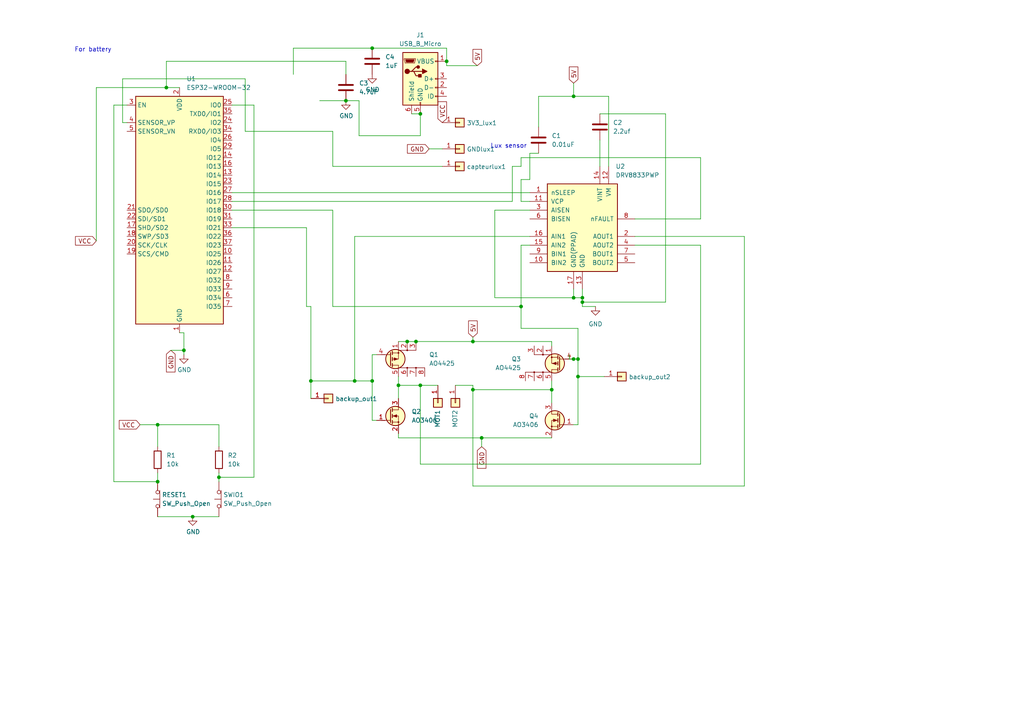
<source format=kicad_sch>
(kicad_sch (version 20211123) (generator eeschema)
  (paper "A4")
  (lib_symbols
    (symbol "Connector:USB_B_Micro" (pin_names (offset 1.016))
      (property "Reference" "J" (at -5.08 11.43 0))
      (property "Value" "USB_B_Micro" (at -5.08 8.89 0))
      (symbol "USB_B_Micro_0_1"
        (rectangle (start -5.08 -7.62) (end 5.08 7.62) (stroke (width 0.254)) (fill (type background)))
        (circle (center -3.81 2.159) (radius 0.635) (stroke (width 0.254)) (fill (type outline)))
        (circle (center -0.635 3.429) (radius 0.381) (stroke (width 0.254)) (fill (type outline)))
        (rectangle (start -0.127 -7.62) (end 0.127 -6.858))
        (polyline (pts (xy -1.905 2.159) (xy 0.635 2.159)) (stroke (width 0.254)))
        (polyline (pts (xy -3.175 2.159) (xy -2.54 2.159) (xy -1.27 3.429) (xy -0.635 3.429)) (stroke (width 0.254)))
        (polyline (pts (xy -2.54 2.159) (xy -1.905 2.159) (xy -1.27 0.889) (xy 0 0.889)) (stroke (width 0.254)))
        (polyline (pts (xy 0.635 2.794) (xy 0.635 1.524) (xy 1.905 2.159) (xy 0.635 2.794)) (stroke (width 0.254)) (fill (type outline)))
        (polyline (pts (xy -4.318 5.588) (xy -1.778 5.588) (xy -2.032 4.826) (xy -4.064 4.826) (xy -4.318 5.588)) (fill (type outline)))
        (polyline (pts (xy -4.699 5.842) (xy -4.699 5.588) (xy -4.445 4.826) (xy -4.445 4.572) (xy -1.651 4.572) (xy -1.651 4.826) (xy -1.397 5.588) (xy -1.397 5.842) (xy -4.699 5.842)))
        (rectangle (start 0.254 1.27) (end -0.508 0.508) (stroke (width 0.254)) (fill (type outline)))
        (rectangle (start 5.08 -5.207) (end 4.318 -4.953))
        (rectangle (start 5.08 -2.667) (end 4.318 -2.413))
        (rectangle (start 5.08 -0.127) (end 4.318 0.127))
        (rectangle (start 5.08 4.953) (end 4.318 5.207))
      )
      (symbol "USB_B_Micro_1_1"
        (pin power_out line (at 7.62 5.08 180) (length 2.54) (name "VBUS") (number "1"))
        (pin bidirectional line (at 7.62 -2.54 180) (length 2.54) (name "D-") (number "2"))
        (pin bidirectional line (at 7.62 0 180) (length 2.54) (name "D+") (number "3"))
        (pin passive line (at 7.62 -5.08 180) (length 2.54) (name "ID") (number "4"))
        (pin power_out line (at 0 -10.16 90) (length 2.54) (name "GND") (number "5"))
        (pin passive line (at -2.54 -10.16 90) (length 2.54) (name "Shield") (number "6"))
      )
    )
    (symbol "Connector_Generic:Conn_01x01" (pin_names (offset 1.016) hide)
      (property "Reference" "J" (at 0 2.54 0))
      (property "Value" "Conn_01x01" (at 0 -2.54 0))
      (symbol "Conn_01x01_1_1"
        (rectangle (start -1.27 0.127) (end 0 -0.127) (stroke (width 0.1524)))
        (rectangle (start -1.27 1.27) (end 1.27 -1.27) (stroke (width 0.254)) (fill (type background)))
        (pin passive line (at -5.08 0 0) (length 3.81) (name "Pin_1") (number "1"))
      )
    )
    (symbol "Device:C" (pin_numbers hide) (pin_names (offset 0.254))
      (property "Reference" "C" (at 0.635 2.54 0))
      (property "Value" "C" (at 0.635 -2.54 0))
      (symbol "C_0_1"
        (polyline (pts (xy -2.032 -0.762) (xy 2.032 -0.762)) (stroke (width 0.508)))
        (polyline (pts (xy -2.032 0.762) (xy 2.032 0.762)) (stroke (width 0.508)))
      )
      (symbol "C_1_1"
        (pin passive line (at 0 3.81 270) (length 2.794) (name "~") (number "1"))
        (pin passive line (at 0 -3.81 90) (length 2.794) (name "~") (number "2"))
      )
    )
    (symbol "Device:R" (pin_numbers hide) (pin_names (offset 0))
      (property "Reference" "R" (at 2.032 0 90))
      (property "Value" "R" (at 0 0 90))
      (symbol "R_0_1"
        (rectangle (start -1.016 -2.54) (end 1.016 2.54) (stroke (width 0.254)))
      )
      (symbol "R_1_1"
        (pin passive line (at 0 3.81 270) (length 1.27) (name "~") (number "1"))
        (pin passive line (at 0 -3.81 90) (length 1.27) (name "~") (number "2"))
      )
    )
    (symbol "Driver_Motor:DRV8833PWP" (pin_names (offset 1.016))
      (property "Reference" "U" (at -3.81 16.51 0))
      (property "Value" "DRV8833PWP" (at -3.81 13.97 0))
      (symbol "DRV8833PWP_0_1"
        (rectangle (start -10.16 12.7) (end 10.16 -12.7) (stroke (width 0.254)) (fill (type background)))
      )
      (symbol "DRV8833PWP_1_1"
        (pin input line (at -15.24 10.16 0) (length 5.08) (name "nSLEEP") (number "1"))
        (pin input line (at -15.24 -10.16 0) (length 5.08) (name "BIN2") (number "10"))
        (pin bidirectional line (at -15.24 7.62 0) (length 5.08) (name "VCP") (number "11"))
        (pin power_in line (at 7.62 17.78 270) (length 5.08) (name "VM") (number "12"))
        (pin power_in line (at 0 -17.78 90) (length 5.08) (name "GND") (number "13"))
        (pin power_in line (at 5.08 17.78 270) (length 5.08) (name "VINT") (number "14"))
        (pin input line (at -15.24 -5.08 0) (length 5.08) (name "AIN2") (number "15"))
        (pin input line (at -15.24 -2.54 0) (length 5.08) (name "AIN1") (number "16"))
        (pin power_in line (at -2.54 -17.78 90) (length 5.08) (name "GND(PPAD)") (number "17"))
        (pin power_out line (at 15.24 -2.54 180) (length 5.08) (name "AOUT1") (number "2"))
        (pin bidirectional line (at -15.24 5.08 0) (length 5.08) (name "AISEN") (number "3"))
        (pin power_out line (at 15.24 -5.08 180) (length 5.08) (name "AOUT2") (number "4"))
        (pin power_out line (at 15.24 -10.16 180) (length 5.08) (name "BOUT2") (number "5"))
        (pin bidirectional line (at -15.24 2.54 0) (length 5.08) (name "BISEN") (number "6"))
        (pin power_out line (at 15.24 -7.62 180) (length 5.08) (name "BOUT1") (number "7"))
        (pin open_collector line (at 15.24 2.54 180) (length 5.08) (name "nFAULT") (number "8"))
        (pin input line (at -15.24 -7.62 0) (length 5.08) (name "BIN1") (number "9"))
      )
    )
    (symbol "RF_Module:ESP32-WROOM-32"
      (property "Reference" "U" (at -12.7 34.29 0))
      (property "Value" "ESP32-WROOM-32" (at 1.27 34.29 0))
      (symbol "ESP32-WROOM-32_0_1"
        (rectangle (start -12.7 33.02) (end 12.7 -33.02) (stroke (width 0.254)) (fill (type background)))
      )
      (symbol "ESP32-WROOM-32_1_1"
        (pin power_in line (at 0 -35.56 90) (length 2.54) (name "GND") (number "1"))
        (pin bidirectional line (at 15.24 -12.7 180) (length 2.54) (name "IO25") (number "10"))
        (pin bidirectional line (at 15.24 -15.24 180) (length 2.54) (name "IO26") (number "11"))
        (pin bidirectional line (at 15.24 -17.78 180) (length 2.54) (name "IO27") (number "12"))
        (pin bidirectional line (at 15.24 10.16 180) (length 2.54) (name "IO14") (number "13"))
        (pin bidirectional line (at 15.24 15.24 180) (length 2.54) (name "IO12") (number "14"))
        (pin passive line (at 0 -35.56 90) (length 2.54) hide (name "GND") (number "15"))
        (pin bidirectional line (at 15.24 12.7 180) (length 2.54) (name "IO13") (number "16"))
        (pin bidirectional line (at -15.24 -5.08 0) (length 2.54) (name "SHD/SD2") (number "17"))
        (pin bidirectional line (at -15.24 -7.62 0) (length 2.54) (name "SWP/SD3") (number "18"))
        (pin bidirectional line (at -15.24 -12.7 0) (length 2.54) (name "SCS/CMD") (number "19"))
        (pin power_in line (at 0 35.56 270) (length 2.54) (name "VDD") (number "2"))
        (pin bidirectional line (at -15.24 -10.16 0) (length 2.54) (name "SCK/CLK") (number "20"))
        (pin bidirectional line (at -15.24 0 0) (length 2.54) (name "SDO/SD0") (number "21"))
        (pin bidirectional line (at -15.24 -2.54 0) (length 2.54) (name "SDI/SD1") (number "22"))
        (pin bidirectional line (at 15.24 7.62 180) (length 2.54) (name "IO15") (number "23"))
        (pin bidirectional line (at 15.24 25.4 180) (length 2.54) (name "IO2") (number "24"))
        (pin bidirectional line (at 15.24 30.48 180) (length 2.54) (name "IO0") (number "25"))
        (pin bidirectional line (at 15.24 20.32 180) (length 2.54) (name "IO4") (number "26"))
        (pin bidirectional line (at 15.24 5.08 180) (length 2.54) (name "IO16") (number "27"))
        (pin bidirectional line (at 15.24 2.54 180) (length 2.54) (name "IO17") (number "28"))
        (pin bidirectional line (at 15.24 17.78 180) (length 2.54) (name "IO5") (number "29"))
        (pin input line (at -15.24 30.48 0) (length 2.54) (name "EN") (number "3"))
        (pin bidirectional line (at 15.24 0 180) (length 2.54) (name "IO18") (number "30"))
        (pin bidirectional line (at 15.24 -2.54 180) (length 2.54) (name "IO19") (number "31"))
        (pin no_connect line (at -12.7 -27.94 0) (length 2.54) hide (name "NC") (number "32"))
        (pin bidirectional line (at 15.24 -5.08 180) (length 2.54) (name "IO21") (number "33"))
        (pin bidirectional line (at 15.24 22.86 180) (length 2.54) (name "RXD0/IO3") (number "34"))
        (pin bidirectional line (at 15.24 27.94 180) (length 2.54) (name "TXD0/IO1") (number "35"))
        (pin bidirectional line (at 15.24 -7.62 180) (length 2.54) (name "IO22") (number "36"))
        (pin bidirectional line (at 15.24 -10.16 180) (length 2.54) (name "IO23") (number "37"))
        (pin passive line (at 0 -35.56 90) (length 2.54) hide (name "GND") (number "38"))
        (pin passive line (at 0 -35.56 90) (length 2.54) hide (name "GND") (number "39"))
        (pin input line (at -15.24 25.4 0) (length 2.54) (name "SENSOR_VP") (number "4"))
        (pin input line (at -15.24 22.86 0) (length 2.54) (name "SENSOR_VN") (number "5"))
        (pin input line (at 15.24 -25.4 180) (length 2.54) (name "IO34") (number "6"))
        (pin input line (at 15.24 -27.94 180) (length 2.54) (name "IO35") (number "7"))
        (pin bidirectional line (at 15.24 -20.32 180) (length 2.54) (name "IO32") (number "8"))
        (pin bidirectional line (at 15.24 -22.86 180) (length 2.54) (name "IO33") (number "9"))
      )
    )
    (symbol "Switch:SW_Push_Open" (pin_numbers hide) (pin_names (offset 1.016) hide)
      (property "Reference" "SW" (at 0 2.54 0))
      (property "Value" "SW_Push_Open" (at 0 -1.905 0))
      (symbol "SW_Push_Open_0_1"
        (circle (center -2.032 0) (radius 0.508))
        (polyline (pts (xy -2.54 -0.635) (xy 2.54 -0.635)))
        (polyline (pts (xy 0 -0.635) (xy 0 1.27)))
        (circle (center 2.032 0) (radius 0.508))
        (pin passive line (at -5.08 0 0) (length 2.54) (name "A") (number "1"))
      )
      (symbol "SW_Push_Open_1_1"
        (pin passive line (at 5.08 0 180) (length 2.54) (name "B") (number "2"))
      )
    )
    (symbol "Transistor_MOSFET_AKL:AO3406" (pin_names hide)
      (property "Reference" "Q" (at 5.08 1.27 0))
      (property "Value" "AO3406" (at 5.08 -1.27 0))
      (symbol "AO3406_0_1"
        (polyline (pts (xy 0.254 -1.27) (xy -2.54 -1.27)))
        (polyline (pts (xy 0.254 1.905) (xy 0.254 -1.905)) (stroke (width 0.254)))
        (polyline (pts (xy 0.762 -1.778) (xy 2.54 -1.778)))
        (polyline (pts (xy 0.762 -1.27) (xy 0.762 -2.286)) (stroke (width 0.254)))
        (polyline (pts (xy 0.762 0.508) (xy 0.762 -0.508)) (stroke (width 0.254)))
        (polyline (pts (xy 0.762 2.286) (xy 0.762 1.27)) (stroke (width 0.254)))
        (polyline (pts (xy 2.54 1.778) (xy 0.762 1.778)))
        (polyline (pts (xy 2.54 2.54) (xy 2.54 1.778)))
        (polyline (pts (xy 2.54 -2.54) (xy 2.54 0) (xy 0.762 0)))
        (polyline (pts (xy 1.016 0) (xy 2.032 0.381) (xy 2.032 -0.381) (xy 1.016 0)) (fill (type outline)))
        (circle (center 1.651 0) (radius 2.794) (stroke (width 0.254)) (fill (type background)))
        (circle (center 2.54 -1.778) (radius 0.1778) (fill (type outline)))
      )
      (symbol "AO3406_1_1"
        (pin input line (at -3.81 -1.27 0) (length 2.54) (name "G") (number "1"))
        (pin passive line (at 2.54 -5.08 90) (length 2.54) (name "S") (number "2"))
        (pin passive line (at 2.54 5.08 270) (length 2.54) (name "D") (number "3"))
      )
    )
    (symbol "Transistor_MOSFET_AKL:AO4425" (pin_names hide)
      (property "Reference" "Q" (at 5.08 1.27 0))
      (property "Value" "AO4425" (at 5.08 -1.27 0))
      (symbol "AO4425_0_1"
        (polyline (pts (xy 0.254 -1.905) (xy 0.254 1.905)) (stroke (width 0.254)))
        (polyline (pts (xy 0.254 1.27) (xy -2.54 1.27)))
        (polyline (pts (xy 0.762 -2.286) (xy 0.762 -1.27)) (stroke (width 0.254)))
        (polyline (pts (xy 0.762 -1.778) (xy 2.54 -1.778)))
        (polyline (pts (xy 0.762 -0.508) (xy 0.762 0.508)) (stroke (width 0.254)))
        (polyline (pts (xy 0.762 1.27) (xy 0.762 2.286)) (stroke (width 0.254)))
        (polyline (pts (xy 0.762 1.778) (xy 2.54 1.778)))
        (polyline (pts (xy 2.54 -2.54) (xy 2.54 -1.778)))
        (polyline (pts (xy 2.54 2.54) (xy 7.62 2.54)))
        (polyline (pts (xy 7.62 -2.54) (xy 2.54 -2.54)))
        (polyline (pts (xy 7.62 -2.54) (xy 10.16 -2.54)))
        (polyline (pts (xy 2.54 2.54) (xy 2.54 0) (xy 0.762 0)))
        (polyline (pts (xy 2.286 0) (xy 1.27 -0.381) (xy 1.27 0.381) (xy 2.286 0)) (fill (type outline)))
        (circle (center 5.08 -2.54) (radius 0.1778) (fill (type outline)))
        (circle (center 5.08 2.54) (radius 0.1778) (fill (type outline)))
        (circle (center 7.62 -2.54) (radius 0.1778) (fill (type outline)))
      )
      (symbol "AO4425_1_1"
        (circle (center 1.651 0) (radius 2.794) (stroke (width 0.254)) (fill (type background)))
        (circle (center 2.54 1.778) (radius 0.1778) (fill (type outline)))
        (pin passive line (at 2.54 5.08 270) (length 2.54) (name "S") (number "1"))
        (pin passive line (at 5.08 5.08 270) (length 2.54) (name "S") (number "2"))
        (pin passive line (at 7.62 5.08 270) (length 2.54) (name "S") (number "3"))
        (pin input line (at -3.81 1.27 0) (length 2.54) (name "G") (number "4"))
        (pin passive line (at 2.54 -5.08 90) (length 2.54) (name "D") (number "5"))
        (pin passive line (at 5.08 -5.08 90) (length 2.54) (name "D") (number "6"))
        (pin passive line (at 7.62 -5.08 90) (length 2.54) (name "D") (number "7"))
        (pin passive line (at 10.16 -5.08 90) (length 2.54) (name "D") (number "8"))
      )
    )
    (symbol "power:GND" (power) (pin_names (offset 0))
      (property "Value" "GND" (at 0 -3.81 0))
      (symbol "GND_0_1"
        (polyline (pts (xy 0 0) (xy 0 -1.27) (xy 1.27 -1.27) (xy 0 -2.54) (xy -1.27 -1.27) (xy 0 -1.27)))
      )
      (symbol "GND_1_1"
        (pin power_in line (at 0 0 270) (length 0) hide (name "GND") (number "1"))
      )
    )
  )
  (junction (at 166.37 27.94))
  (junction (at 107.95 110.49))
  (junction (at 118.11 99.06))
  (junction (at 121.92 111.76))
  (junction (at 90.17 110.49))
  (junction (at 137.16 113.03))
  (junction (at 121.92 33.02))
  (junction (at 115.57 111.76))
  (junction (at 48.26 25.4))
  (junction (at 151.13 88.9))
  (junction (at 167.64 104.14))
  (junction (at 139.7 127))
  (junction (at 63.5 138.43))
  (junction (at 168.91 86.36))
  (junction (at 100.33 29.21))
  (junction (at 137.16 99.06))
  (junction (at 160.02 113.03))
  (junction (at 168.91 87.63))
  (junction (at 166.37 86.36))
  (junction (at 167.64 109.22))
  (junction (at 120.65 99.06))
  (junction (at 166.37 104.14))
  (junction (at 107.95 13.97))
  (junction (at 55.88 149.86))
  (junction (at 129.54 17.78))
  (junction (at 45.72 123.19))
  (junction (at 102.87 110.49))
  (junction (at 53.34 101.6))
  (junction (at 45.72 139.7))
  (wire (pts (xy 124.46 43.18) (xy 128.27 43.18)))
  (wire (pts (xy 45.72 139.7) (xy 33.02 139.7)))
  (wire (pts (xy 96.52 38.1) (xy 96.52 48.26)))
  (wire (pts (xy 151.13 48.26) (xy 148.59 48.26)))
  (wire (pts (xy 166.37 104.14) (xy 167.64 104.14)))
  (wire (pts (xy 184.15 68.58) (xy 215.9 68.58)))
  (wire (pts (xy 96.52 60.96) (xy 67.31 60.96)))
  (wire (pts (xy 168.91 83.82) (xy 168.91 86.36)))
  (wire (pts (xy 107.95 121.92) (xy 109.22 121.92)))
  (wire (pts (xy 63.5 138.43) (xy 63.5 139.7)))
  (wire (pts (xy 132.08 111.76) (xy 137.16 111.76)))
  (wire (pts (xy 107.95 102.87) (xy 107.95 110.49)))
  (wire (pts (xy 96.52 48.26) (xy 128.27 48.26)))
  (wire (pts (xy 143.51 60.96) (xy 143.51 86.36)))
  (wire (pts (xy 45.72 137.16) (xy 45.72 139.7)))
  (wire (pts (xy 153.67 60.96) (xy 143.51 60.96)))
  (wire (pts (xy 160.02 100.33) (xy 160.02 99.06)))
  (wire (pts (xy 184.15 71.12) (xy 203.2 71.12)))
  (wire (pts (xy 139.7 127) (xy 160.02 127)))
  (wire (pts (xy 48.26 17.78) (xy 48.26 25.4)))
  (wire (pts (xy 137.16 113.03) (xy 137.16 111.76)))
  (wire (pts (xy 166.37 24.13) (xy 166.37 27.94)))
  (wire (pts (xy 88.9 66.04) (xy 67.31 66.04)))
  (wire (pts (xy 48.26 17.78) (xy 100.33 17.78)))
  (wire (pts (xy 203.2 71.12) (xy 203.2 134.62)))
  (wire (pts (xy 118.11 99.06) (xy 115.57 99.06)))
  (wire (pts (xy 129.54 19.05) (xy 129.54 17.78)))
  (wire (pts (xy 121.92 111.76) (xy 121.92 134.62)))
  (wire (pts (xy 27.94 69.85) (xy 27.94 25.4)))
  (wire (pts (xy 100.33 29.21) (xy 92.71 29.21)))
  (wire (pts (xy 143.51 86.36) (xy 166.37 86.36)))
  (wire (pts (xy 148.59 48.26) (xy 148.59 58.42)))
  (wire (pts (xy 166.37 86.36) (xy 168.91 86.36)))
  (wire (pts (xy 137.16 140.97) (xy 137.16 113.03)))
  (wire (pts (xy 160.02 110.49) (xy 160.02 113.03)))
  (wire (pts (xy 53.34 102.87) (xy 53.34 101.6)))
  (wire (pts (xy 63.5 123.19) (xy 63.5 129.54)))
  (wire (pts (xy 153.67 44.45) (xy 156.21 44.45)))
  (wire (pts (xy 102.87 110.49) (xy 102.87 68.58)))
  (wire (pts (xy 165.1 104.14) (xy 166.37 104.14)))
  (wire (pts (xy 33.02 139.7) (xy 33.02 30.48)))
  (wire (pts (xy 203.2 45.72) (xy 203.2 63.5)))
  (wire (pts (xy 55.88 149.86) (xy 63.5 149.86)))
  (wire (pts (xy 167.64 109.22) (xy 167.64 123.19)))
  (wire (pts (xy 151.13 58.42) (xy 151.13 52.07)))
  (wire (pts (xy 85.09 13.97) (xy 85.09 21.59)))
  (wire (pts (xy 107.95 13.97) (xy 85.09 13.97)))
  (wire (pts (xy 176.53 48.26) (xy 176.53 27.94)))
  (wire (pts (xy 115.57 127) (xy 139.7 127)))
  (wire (pts (xy 165.1 102.87) (xy 165.1 104.14)))
  (wire (pts (xy 53.34 101.6) (xy 53.34 96.52)))
  (wire (pts (xy 33.02 30.48) (xy 36.83 30.48)))
  (wire (pts (xy 121.92 111.76) (xy 127 111.76)))
  (wire (pts (xy 27.94 25.4) (xy 48.26 25.4)))
  (wire (pts (xy 107.95 110.49) (xy 107.95 121.92)))
  (wire (pts (xy 71.12 38.1) (xy 71.12 22.86)))
  (wire (pts (xy 115.57 111.76) (xy 115.57 115.57)))
  (wire (pts (xy 45.72 149.86) (xy 55.88 149.86)))
  (wire (pts (xy 151.13 88.9) (xy 96.52 88.9)))
  (wire (pts (xy 137.16 113.03) (xy 160.02 113.03)))
  (wire (pts (xy 151.13 52.07) (xy 153.67 52.07)))
  (wire (pts (xy 102.87 110.49) (xy 90.17 110.49)))
  (wire (pts (xy 166.37 83.82) (xy 166.37 86.36)))
  (wire (pts (xy 107.95 110.49) (xy 102.87 110.49)))
  (wire (pts (xy 71.12 38.1) (xy 96.52 38.1)))
  (wire (pts (xy 156.21 27.94) (xy 156.21 36.83)))
  (wire (pts (xy 71.12 22.86) (xy 35.56 22.86)))
  (wire (pts (xy 193.04 87.63) (xy 168.91 87.63)))
  (wire (pts (xy 137.16 97.79) (xy 137.16 99.06)))
  (wire (pts (xy 115.57 109.22) (xy 115.57 111.76)))
  (wire (pts (xy 104.14 39.37) (xy 104.14 29.21)))
  (wire (pts (xy 104.14 39.37) (xy 121.92 39.37)))
  (wire (pts (xy 52.07 96.52) (xy 53.34 96.52)))
  (wire (pts (xy 90.17 115.57) (xy 90.17 110.49)))
  (wire (pts (xy 139.7 129.54) (xy 139.7 127)))
  (wire (pts (xy 73.66 30.48) (xy 67.31 30.48)))
  (wire (pts (xy 151.13 71.12) (xy 153.67 71.12)))
  (wire (pts (xy 40.64 123.19) (xy 45.72 123.19)))
  (wire (pts (xy 193.04 33.02) (xy 193.04 87.63)))
  (wire (pts (xy 167.64 109.22) (xy 175.26 109.22)))
  (wire (pts (xy 168.91 86.36) (xy 168.91 87.63)))
  (wire (pts (xy 129.54 13.97) (xy 107.95 13.97)))
  (wire (pts (xy 151.13 45.72) (xy 203.2 45.72)))
  (wire (pts (xy 88.9 88.9) (xy 90.17 88.9)))
  (wire (pts (xy 120.65 99.06) (xy 118.11 99.06)))
  (wire (pts (xy 151.13 88.9) (xy 151.13 71.12)))
  (wire (pts (xy 151.13 95.25) (xy 151.13 88.9)))
  (wire (pts (xy 167.64 104.14) (xy 167.64 109.22)))
  (wire (pts (xy 107.95 102.87) (xy 109.22 102.87)))
  (wire (pts (xy 88.9 88.9) (xy 88.9 66.04)))
  (wire (pts (xy 73.66 138.43) (xy 73.66 30.48)))
  (wire (pts (xy 151.13 45.72) (xy 151.13 48.26)))
  (wire (pts (xy 96.52 60.96) (xy 96.52 88.9)))
  (wire (pts (xy 63.5 137.16) (xy 63.5 138.43)))
  (wire (pts (xy 67.31 55.88) (xy 153.67 55.88)))
  (wire (pts (xy 167.64 123.19) (xy 166.37 123.19)))
  (wire (pts (xy 153.67 52.07) (xy 153.67 44.45)))
  (wire (pts (xy 49.53 101.6) (xy 53.34 101.6)))
  (wire (pts (xy 100.33 21.59) (xy 100.33 17.78)))
  (wire (pts (xy 48.26 25.4) (xy 52.07 25.4)))
  (wire (pts (xy 119.38 33.02) (xy 121.92 33.02)))
  (wire (pts (xy 102.87 68.58) (xy 153.67 68.58)))
  (wire (pts (xy 129.54 17.78) (xy 129.54 13.97)))
  (wire (pts (xy 173.99 40.64) (xy 173.99 48.26)))
  (wire (pts (xy 115.57 125.73) (xy 115.57 127)))
  (wire (pts (xy 104.14 29.21) (xy 100.33 29.21)))
  (wire (pts (xy 45.72 123.19) (xy 45.72 129.54)))
  (wire (pts (xy 172.72 88.9) (xy 168.91 88.9)))
  (wire (pts (xy 167.64 95.25) (xy 151.13 95.25)))
  (wire (pts (xy 173.99 33.02) (xy 193.04 33.02)))
  (wire (pts (xy 121.92 33.02) (xy 121.92 39.37)))
  (wire (pts (xy 168.91 87.63) (xy 168.91 88.9)))
  (wire (pts (xy 160.02 99.06) (xy 137.16 99.06)))
  (wire (pts (xy 203.2 134.62) (xy 121.92 134.62)))
  (wire (pts (xy 166.37 27.94) (xy 176.53 27.94)))
  (wire (pts (xy 63.5 138.43) (xy 73.66 138.43)))
  (wire (pts (xy 153.67 58.42) (xy 151.13 58.42)))
  (wire (pts (xy 156.21 27.94) (xy 166.37 27.94)))
  (wire (pts (xy 35.56 22.86) (xy 35.56 35.56)))
  (wire (pts (xy 45.72 123.19) (xy 63.5 123.19)))
  (wire (pts (xy 115.57 111.76) (xy 121.92 111.76)))
  (wire (pts (xy 167.64 95.25) (xy 167.64 104.14)))
  (wire (pts (xy 35.56 35.56) (xy 36.83 35.56)))
  (wire (pts (xy 137.16 99.06) (xy 120.65 99.06)))
  (wire (pts (xy 67.31 58.42) (xy 148.59 58.42)))
  (wire (pts (xy 160.02 113.03) (xy 160.02 116.84)))
  (wire (pts (xy 90.17 110.49) (xy 90.17 88.9)))
  (wire (pts (xy 184.15 63.5) (xy 203.2 63.5)))
  (wire (pts (xy 215.9 68.58) (xy 215.9 140.97)))
  (wire (pts (xy 138.43 19.05) (xy 129.54 19.05)))
  (wire (pts (xy 215.9 140.97) (xy 137.16 140.97)))
  (text "Lux sensor" (at 142.24 43.18 0) (effects (font (size 1.27 1.27)) (justify left bottom)))
  (text "For battery" (at 21.59 15.24 0) (effects (font (size 1.27 1.27)) (justify left bottom)))
  (global_label "VCC" (shape input) (at 27.94 69.85 180) (property "Intersheet References" "${INTERSHEET_REFS}" (effects hide)))
  (global_label "GND" (shape input) (at 124.46 43.18 180) (property "Intersheet References" "${INTERSHEET_REFS}" (effects hide)))
  (global_label "5V" (shape input) (at 138.43 19.05 90) (property "Intersheet References" "${INTERSHEET_REFS}" (effects hide)))
  (global_label "GND" (shape input) (at 49.53 101.6 270) (property "Intersheet References" "${INTERSHEET_REFS}" (effects hide)))
  (global_label "VCC" (shape input) (at 128.27 35.56 90) (property "Intersheet References" "${INTERSHEET_REFS}" (effects hide)))
  (global_label "5V" (shape input) (at 137.16 97.79 90) (property "Intersheet References" "${INTERSHEET_REFS}" (effects hide)))
  (global_label "GND" (shape input) (at 139.7 129.54 270) (property "Intersheet References" "${INTERSHEET_REFS}" (effects hide)))
  (global_label "VCC" (shape input) (at 40.64 123.19 180) (property "Intersheet References" "${INTERSHEET_REFS}" (effects hide)))
  (global_label "5V" (shape input) (at 166.37 24.13 90) (property "Intersheet References" "${INTERSHEET_REFS}" (effects hide)))
  (symbol (lib_id "Connector_Generic:Conn_01x01") (at 133.35 35.56 0) (unit 1)
    (property "Reference" "3V3_lux1" (at 135.382 35.6616 0) (effects (justify left)))
    (property "Value" "Conn_01x01" (effects hide))
    (property "Footprint" "Connector_Pin:Pin_D1.2mm_L11.3mm_W3.0mm_Flat" (effects hide))
  )
  (symbol (lib_id "Connector_Generic:Conn_01x01") (at 133.35 48.26 0) (unit 1)
    (property "Reference" "capteurlux1" (at 135.382 48.3616 0) (effects (justify left)))
    (property "Value" "Conn_01x01" (effects hide))
    (property "Footprint" "Connector_Pin:Pin_D1.2mm_L11.3mm_W3.0mm_Flat" (effects hide))
  )
  (symbol (lib_id "Connector_Generic:Conn_01x01") (at 95.25 115.57 0) (unit 1)
    (property "Reference" "backup_out1" (at 97.282 115.6716 0) (effects (justify left)))
    (property "Value" "Conn_01x01" (effects hide))
    (property "Footprint" "Connector_Pin:Pin_D1.2mm_L11.3mm_W3.0mm_Flat" (effects hide))
  )
  (symbol (lib_id "Connector_Generic:Conn_01x01") (at 180.34 109.22 0) (unit 1)
    (property "Reference" "backup_out2" (at 182.372 109.3216 0) (effects (justify left)))
    (property "Value" "Conn_01x01" (effects hide))
    (property "Footprint" "Connector_Pin:Pin_D1.2mm_L11.3mm_W3.0mm_Flat" (effects hide))
  )
  (symbol (lib_id "power:GND") (at 53.34 102.87 0) (unit 1)
    (property "Reference" "#PWR0101" (effects hide))
    (property "Value" "GND" (at 53.467 107.2642 0))
  )
  (symbol (lib_id "Connector_Generic:Conn_01x01") (at 133.35 43.18 0) (unit 1)
    (property "Reference" "GNDlux1" (at 135.382 43.2816 0) (effects (justify left)))
    (property "Value" "Conn_01x01" (effects hide))
    (property "Footprint" "Connector_Pin:Pin_D1.2mm_L11.3mm_W3.0mm_Flat" (effects hide))
  )
  (symbol (lib_id "Connector_Generic:Conn_01x01") (at 127 116.84 270) (unit 1)
    (property "Reference" "MOT1" (at 126.8984 118.872 0) (effects (justify left)))
    (property "Value" "Conn_01x01" (effects hide))
    (property "Footprint" "Connector_Pin:Pin_D1.2mm_L11.3mm_W3.0mm_Flat" (effects hide))
  )
  (symbol (lib_id "Connector_Generic:Conn_01x01") (at 132.08 116.84 270) (unit 1)
    (property "Reference" "MOT2" (at 131.9784 118.872 0) (effects (justify left)))
    (property "Value" "Conn_01x01" (effects hide))
    (property "Footprint" "Connector_Pin:Pin_D1.2mm_L11.3mm_W3.0mm_Flat" (effects hide))
  )
  (symbol (lib_id "Driver_Motor:DRV8833PWP") (at 168.91 66.04 0) (unit 1)
    (property "Reference" "U2" (at 178.5494 48.26 0) (effects (justify left)))
    (property "Value" "DRV8833PWP" (at 178.5494 50.8 0) (effects (justify left)))
    (property "Footprint" "Package_SO:HTSSOP-16-1EP_4.4x5mm_P0.65mm_EP3.4x5mm_Mask2.46x2.31mm_ThermalVias" (effects hide))
    (property "Datasheet" "http://www.ti.com/lit/ds/symlink/drv8833.pdf" (effects hide))
  )
  (symbol (lib_id "power:GND") (at 107.95 21.59 0) (unit 1)
    (property "Reference" "#PWR04" (effects hide))
    (property "Value" "GND" (at 108.077 25.9842 0))
  )
  (symbol (lib_id "Device:R") (at 63.5 133.35 0) (unit 1)
    (property "Reference" "R2" (at 66.04 132.0799 0) (effects (justify left)))
    (property "Value" "10k" (at 66.04 134.6199 0) (effects (justify left)))
    (property "Footprint" "Capacitor_SMD:C_0603_1608Metric" (effects hide))
  )
  (symbol (lib_id "power:GND") (at 100.33 29.21 0) (unit 1)
    (property "Reference" "#PWR03" (effects hide))
    (property "Value" "GND" (at 100.457 33.6042 0))
  )
  (symbol (lib_id "Transistor_MOSFET_AKL:AO3406") (at 162.56 121.92 0) (mirror y) (unit 1)
    (property "Reference" "Q4" (at 156.21 120.6499 0) (effects (justify left)))
    (property "Value" "AO3406" (at 156.21 123.1899 0) (effects (justify left)))
    (property "Footprint" "Package_TO_SOT_SMD_AKL:SOT-23" (effects hide))
    (property "Datasheet" "https://www.tme.eu/Document/0f7dd37f1878b91445c27729186942d7/AO3406.pdf" (effects hide))
  )
  (symbol (lib_id "Switch:SW_Push_Open") (at 45.72 144.78 90) (unit 1)
    (property "Reference" "RESET1" (at 46.99 143.5099 90) (effects (justify right)))
    (property "Value" "SW_Push_Open" (at 46.99 146.0499 90) (effects (justify right)))
    (property "Footprint" "Library:interrupteur" (effects hide))
  )
  (symbol (lib_id "RF_Module:ESP32-WROOM-32") (at 52.07 60.96 0) (unit 1)
    (property "Reference" "U1" (at 54.0894 22.86 0) (effects (justify left)))
    (property "Value" "ESP32-WROOM-32" (at 54.0894 25.4 0) (effects (justify left)))
    (property "Footprint" "RF_Module:ESP32-WROOM-32" (effects hide))
    (property "Datasheet" "https://www.espressif.com/sites/default/files/documentation/esp32-wroom-32_datasheet_en.pdf" (effects hide))
  )
  (symbol (lib_id "Device:C") (at 107.95 17.78 0) (unit 1)
    (property "Reference" "C4" (at 111.76 16.5099 0) (effects (justify left)))
    (property "Value" "1uF" (at 111.76 19.0499 0) (effects (justify left)))
    (property "Footprint" "Capacitor_SMD:C_0603_1608Metric" (effects hide))
  )
  (symbol (lib_id "Device:R") (at 45.72 133.35 0) (unit 1)
    (property "Reference" "R1" (at 48.26 132.0799 0) (effects (justify left)))
    (property "Value" "10k" (at 48.26 134.6199 0) (effects (justify left)))
    (property "Footprint" "Capacitor_SMD:C_0603_1608Metric" (effects hide))
  )
  (symbol (lib_id "Transistor_MOSFET_AKL:AO4425") (at 162.56 105.41 0) (mirror y) (unit 1)
    (property "Reference" "Q3" (at 151.13 104.1399 0) (effects (justify left)))
    (property "Value" "AO4425" (at 151.13 106.6799 0) (effects (justify left)))
    (property "Footprint" "Package_SO_AKL:SO-8_3.9x4.9mm_P1.27mm" (effects hide))
    (property "Datasheet" "https://www.tme.eu/Document/c3c0c3a72a5a62ed9924207e3635d8dd/AO4425-DTE.pdf" (effects hide))
  )
  (symbol (lib_id "Transistor_MOSFET_AKL:AO3406") (at 113.03 120.65 0) (unit 1)
    (property "Reference" "Q2" (at 119.38 119.3799 0) (effects (justify left)))
    (property "Value" "AO3406" (at 119.38 121.9199 0) (effects (justify left)))
    (property "Footprint" "Package_TO_SOT_SMD_AKL:SOT-23" (effects hide))
    (property "Datasheet" "https://www.tme.eu/Document/0f7dd37f1878b91445c27729186942d7/AO3406.pdf" (effects hide))
  )
  (symbol (lib_id "Connector:USB_B_Micro") (at 121.92 22.86 0) (unit 1)
    (property "Reference" "J1" (at 121.92 10.16 0))
    (property "Value" "USB_B_Micro" (at 121.92 12.7 0))
    (property "Footprint" "Connector_USB:USB_Micro-B_Wuerth_629105150521" (effects hide))
  )
  (symbol (lib_id "Transistor_MOSFET_AKL:AO4425") (at 113.03 104.14 0) (unit 1)
    (property "Reference" "Q1" (at 124.46 102.8699 0) (effects (justify left)))
    (property "Value" "AO4425" (at 124.46 105.4099 0) (effects (justify left)))
    (property "Footprint" "Package_SO_AKL:SO-8_3.9x4.9mm_P1.27mm" (effects hide))
    (property "Datasheet" "https://www.tme.eu/Document/c3c0c3a72a5a62ed9924207e3635d8dd/AO4425-DTE.pdf" (effects hide))
  )
  (symbol (lib_id "Device:C") (at 100.33 25.4 0) (unit 1)
    (property "Reference" "C3" (at 104.14 24.1299 0) (effects (justify left)))
    (property "Value" "4.7uF" (at 104.14 26.6699 0) (effects (justify left)))
    (property "Footprint" "Capacitor_SMD:C_0603_1608Metric" (effects hide))
  )
  (symbol (lib_id "Switch:SW_Push_Open") (at 63.5 144.78 90) (unit 1)
    (property "Reference" "SWIO1" (at 64.77 143.5099 90) (effects (justify right)))
    (property "Value" "SW_Push_Open" (at 64.77 146.0499 90) (effects (justify right)))
    (property "Footprint" "Library:interrupteur" (effects hide))
  )
  (symbol (lib_id "Device:C") (at 173.99 36.83 0) (unit 1)
    (property "Reference" "C2" (at 177.8 35.5599 0) (effects (justify left)))
    (property "Value" "2.2uf" (at 177.8 38.0999 0) (effects (justify left)))
    (property "Footprint" "Capacitor_SMD:C_0603_1608Metric" (effects hide))
  )
  (symbol (lib_id "power:GND") (at 55.88 149.86 0) (unit 1)
    (property "Reference" "#PWR02" (effects hide))
    (property "Value" "GND" (at 56.007 154.2542 0))
  )
  (symbol (lib_id "power:GND") (at 172.72 88.9 0) (unit 1)
    (property "Reference" "#PWR01" (effects hide))
    (property "Value" "GND" (at 172.72 93.98 0))
  )
  (symbol (lib_id "Device:C") (at 156.21 40.64 0) (unit 1)
    (property "Reference" "C1" (at 160.02 39.3699 0) (effects (justify left)))
    (property "Value" "0.01uF" (at 160.02 41.9099 0) (effects (justify left)))
    (property "Footprint" "Capacitor_SMD:C_0603_1608Metric" (effects hide))
  )
)
</source>
